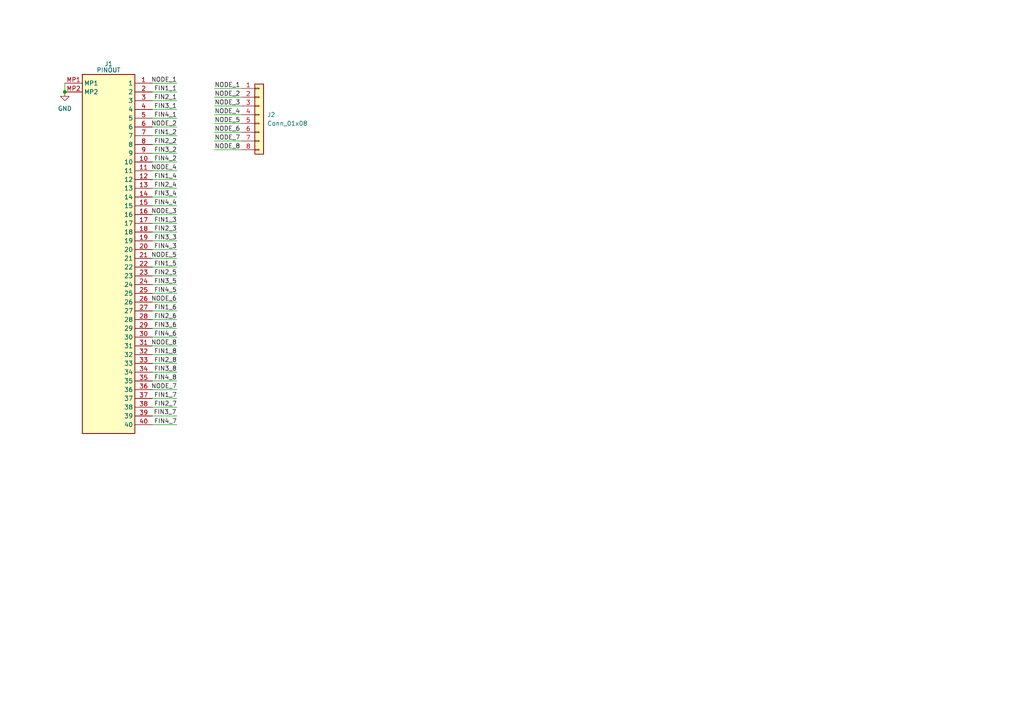
<source format=kicad_sch>
(kicad_sch (version 20230121) (generator eeschema)
  (paper "A4")
  (lib_symbols
    (symbol "Connector_Generic:Conn_01x08" (pin_names (offset 1.016) hide)
      (property "Reference" "J" (at 0 10.16 0))
      (property "Value" "Conn_01x08" (at 0 -12.7 0))
      (symbol "Conn_01x08_1_1"
        (rectangle (start -1.27 -10.033) (end 0 -10.287) (stroke (width 0.1524)))
        (rectangle (start -1.27 -7.493) (end 0 -7.747) (stroke (width 0.1524)))
        (rectangle (start -1.27 -4.953) (end 0 -5.207) (stroke (width 0.1524)))
        (rectangle (start -1.27 -2.413) (end 0 -2.667) (stroke (width 0.1524)))
        (rectangle (start -1.27 0.127) (end 0 -0.127) (stroke (width 0.1524)))
        (rectangle (start -1.27 2.667) (end 0 2.413) (stroke (width 0.1524)))
        (rectangle (start -1.27 5.207) (end 0 4.953) (stroke (width 0.1524)))
        (rectangle (start -1.27 7.747) (end 0 7.493) (stroke (width 0.1524)))
        (rectangle (start -1.27 8.89) (end 1.27 -11.43) (stroke (width 0.254)) (fill (type background)))
        (pin passive line (at -5.08 7.62 0) (length 3.81) (name "Pin_1") (number "1"))
        (pin passive line (at -5.08 5.08 0) (length 3.81) (name "Pin_2") (number "2"))
        (pin passive line (at -5.08 2.54 0) (length 3.81) (name "Pin_3") (number "3"))
        (pin passive line (at -5.08 0 0) (length 3.81) (name "Pin_4") (number "4"))
        (pin passive line (at -5.08 -2.54 0) (length 3.81) (name "Pin_5") (number "5"))
        (pin passive line (at -5.08 -5.08 0) (length 3.81) (name "Pin_6") (number "6"))
        (pin passive line (at -5.08 -7.62 0) (length 3.81) (name "Pin_7") (number "7"))
        (pin passive line (at -5.08 -10.16 0) (length 3.81) (name "Pin_8") (number "8"))
      )
    )
    (symbol "Misc[Personal]:F32D-1A7Y1-21040"
      (property "Reference" "J" (at 21.59 7.62 0))
      (property "Value" "F32D-1A7Y1-21040" (at 21.59 5.08 0))
      (symbol "F32D-1A7Y1-21040_1_1"
        (rectangle (start 5.08 2.54) (end 20.32 -101.6) (stroke (width 0.254)) (fill (type background)))
        (pin passive line (at 25.4 0 180) (length 5.08) (name "1") (number "1"))
        (pin passive line (at 25.4 -22.86 180) (length 5.08) (name "10") (number "10"))
        (pin passive line (at 25.4 -25.4 180) (length 5.08) (name "11") (number "11"))
        (pin passive line (at 25.4 -27.94 180) (length 5.08) (name "12") (number "12"))
        (pin passive line (at 25.4 -30.48 180) (length 5.08) (name "13") (number "13"))
        (pin passive line (at 25.4 -33.02 180) (length 5.08) (name "14") (number "14"))
        (pin passive line (at 25.4 -35.56 180) (length 5.08) (name "15") (number "15"))
        (pin passive line (at 25.4 -38.1 180) (length 5.08) (name "16") (number "16"))
        (pin passive line (at 25.4 -40.64 180) (length 5.08) (name "17") (number "17"))
        (pin passive line (at 25.4 -43.18 180) (length 5.08) (name "18") (number "18"))
        (pin passive line (at 25.4 -45.72 180) (length 5.08) (name "19") (number "19"))
        (pin passive line (at 25.4 -2.54 180) (length 5.08) (name "2") (number "2"))
        (pin passive line (at 25.4 -48.26 180) (length 5.08) (name "20") (number "20"))
        (pin passive line (at 25.4 -50.8 180) (length 5.08) (name "21") (number "21"))
        (pin passive line (at 25.4 -53.34 180) (length 5.08) (name "22") (number "22"))
        (pin passive line (at 25.4 -55.88 180) (length 5.08) (name "23") (number "23"))
        (pin passive line (at 25.4 -58.42 180) (length 5.08) (name "24") (number "24"))
        (pin passive line (at 25.4 -60.96 180) (length 5.08) (name "25") (number "25"))
        (pin passive line (at 25.4 -63.5 180) (length 5.08) (name "26") (number "26"))
        (pin passive line (at 25.4 -66.04 180) (length 5.08) (name "27") (number "27"))
        (pin passive line (at 25.4 -68.58 180) (length 5.08) (name "28") (number "28"))
        (pin passive line (at 25.4 -71.12 180) (length 5.08) (name "29") (number "29"))
        (pin passive line (at 25.4 -5.08 180) (length 5.08) (name "3") (number "3"))
        (pin passive line (at 25.4 -73.66 180) (length 5.08) (name "30") (number "30"))
        (pin passive line (at 25.4 -76.2 180) (length 5.08) (name "31") (number "31"))
        (pin passive line (at 25.4 -78.74 180) (length 5.08) (name "32") (number "32"))
        (pin passive line (at 25.4 -81.28 180) (length 5.08) (name "33") (number "33"))
        (pin passive line (at 25.4 -83.82 180) (length 5.08) (name "34") (number "34"))
        (pin passive line (at 25.4 -86.36 180) (length 5.08) (name "35") (number "35"))
        (pin passive line (at 25.4 -88.9 180) (length 5.08) (name "36") (number "36"))
        (pin passive line (at 25.4 -91.44 180) (length 5.08) (name "37") (number "37"))
        (pin passive line (at 25.4 -93.98 180) (length 5.08) (name "38") (number "38"))
        (pin passive line (at 25.4 -96.52 180) (length 5.08) (name "39") (number "39"))
        (pin passive line (at 25.4 -7.62 180) (length 5.08) (name "4") (number "4"))
        (pin passive line (at 25.4 -99.06 180) (length 5.08) (name "40") (number "40"))
        (pin passive line (at 25.4 -10.16 180) (length 5.08) (name "5") (number "5"))
        (pin passive line (at 25.4 -12.7 180) (length 5.08) (name "6") (number "6"))
        (pin passive line (at 25.4 -15.24 180) (length 5.08) (name "7") (number "7"))
        (pin passive line (at 25.4 -17.78 180) (length 5.08) (name "8") (number "8"))
        (pin passive line (at 25.4 -20.32 180) (length 5.08) (name "9") (number "9"))
        (pin passive line (at 0 0 0) (length 5.08) (name "MP1") (number "MP1"))
        (pin passive line (at 0 -2.54 0) (length 5.08) (name "MP2") (number "MP2"))
      )
    )
    (symbol "power:GND" (power) (pin_names (offset 0))
      (property "Value" "GND" (at 0 -3.81 0))
      (symbol "GND_0_1"
        (polyline (pts (xy 0 0) (xy 0 -1.27) (xy 1.27 -1.27) (xy 0 -2.54) (xy -1.27 -1.27) (xy 0 -1.27)))
      )
      (symbol "GND_1_1"
        (pin power_in line (at 0 0 270) (length 0) hide (name "GND") (number "1"))
      )
    )
  )
  (junction (at 18.796 26.67))
  (wire (pts (xy 51.308 113.03) (xy 44.196 113.03)))
  (wire (pts (xy 51.308 54.61) (xy 44.196 54.61)))
  (wire (pts (xy 51.308 26.67) (xy 44.196 26.67)))
  (wire (pts (xy 62.23 30.734) (xy 70.104 30.734)))
  (wire (pts (xy 18.796 24.13) (xy 18.796 26.67)))
  (wire (pts (xy 51.308 115.57) (xy 44.196 115.57)))
  (wire (pts (xy 51.308 85.09) (xy 44.196 85.09)))
  (wire (pts (xy 51.308 72.39) (xy 44.196 72.39)))
  (wire (pts (xy 51.308 90.17) (xy 44.196 90.17)))
  (wire (pts (xy 51.308 39.37) (xy 44.196 39.37)))
  (wire (pts (xy 62.23 43.434) (xy 70.104 43.434)))
  (wire (pts (xy 51.308 49.53) (xy 44.196 49.53)))
  (wire (pts (xy 62.23 38.354) (xy 70.104 38.354)))
  (wire (pts (xy 51.308 123.19) (xy 44.196 123.19)))
  (wire (pts (xy 51.308 36.83) (xy 44.196 36.83)))
  (wire (pts (xy 51.308 100.33) (xy 44.196 100.33)))
  (wire (pts (xy 62.23 40.894) (xy 70.104 40.894)))
  (wire (pts (xy 51.308 57.15) (xy 44.196 57.15)))
  (wire (pts (xy 51.308 67.31) (xy 44.196 67.31)))
  (wire (pts (xy 44.196 59.69) (xy 51.308 59.69)))
  (wire (pts (xy 51.308 24.13) (xy 44.196 24.13)))
  (wire (pts (xy 51.308 102.87) (xy 44.196 102.87)))
  (wire (pts (xy 51.308 105.41) (xy 44.196 105.41)))
  (wire (pts (xy 62.23 28.194) (xy 70.104 28.194)))
  (wire (pts (xy 51.308 62.23) (xy 44.196 62.23)))
  (wire (pts (xy 51.308 87.63) (xy 44.196 87.63)))
  (wire (pts (xy 51.308 69.85) (xy 44.196 69.85)))
  (wire (pts (xy 51.308 92.71) (xy 44.196 92.71)))
  (wire (pts (xy 51.308 77.47) (xy 44.196 77.47)))
  (wire (pts (xy 51.308 82.55) (xy 44.196 82.55)))
  (wire (pts (xy 51.308 34.29) (xy 44.196 34.29)))
  (wire (pts (xy 51.308 52.07) (xy 44.196 52.07)))
  (wire (pts (xy 51.308 110.49) (xy 44.196 110.49)))
  (wire (pts (xy 51.308 44.45) (xy 44.196 44.45)))
  (wire (pts (xy 51.308 80.01) (xy 44.196 80.01)))
  (wire (pts (xy 51.308 107.95) (xy 44.196 107.95)))
  (wire (pts (xy 62.23 33.274) (xy 70.104 33.274)))
  (wire (pts (xy 51.308 97.79) (xy 44.196 97.79)))
  (wire (pts (xy 51.308 31.75) (xy 44.196 31.75)))
  (wire (pts (xy 62.23 25.654) (xy 70.104 25.654)))
  (wire (pts (xy 51.308 46.99) (xy 44.196 46.99)))
  (wire (pts (xy 51.308 41.91) (xy 44.196 41.91)))
  (wire (pts (xy 51.308 29.21) (xy 44.196 29.21)))
  (wire (pts (xy 51.308 118.11) (xy 44.196 118.11)))
  (wire (pts (xy 51.308 64.77) (xy 44.196 64.77)))
  (wire (pts (xy 51.308 95.25) (xy 44.196 95.25)))
  (wire (pts (xy 62.23 35.814) (xy 70.104 35.814)))
  (wire (pts (xy 51.308 120.65) (xy 44.196 120.65)))
  (wire (pts (xy 51.308 74.93) (xy 44.196 74.93)))
  (label "FIN3_3" (at 51.308 69.85 180))
  (label "FIN2_7" (at 51.308 118.11 180))
  (label "NODE_5" (at 62.23 35.814 0))
  (label "FIN2_8" (at 51.308 105.41 180))
  (label "NODE_4" (at 62.23 33.274 0))
  (label "FIN2_2" (at 51.308 41.91 180))
  (label "FIN4_7" (at 51.308 123.19 180))
  (label "FIN2_3" (at 51.308 67.31 180))
  (label "FIN2_1" (at 51.308 29.21 180))
  (label "FIN4_5" (at 51.308 85.09 180))
  (label "FIN4_8" (at 51.308 110.49 180))
  (label "NODE_8" (at 62.23 43.434 0))
  (label "NODE_6" (at 51.308 87.63 180))
  (label "FIN2_6" (at 51.308 92.71 180))
  (label "FIN4_1" (at 51.308 34.29 180))
  (label "FIN4_3" (at 51.308 72.39 180))
  (label "FIN3_8" (at 51.308 107.95 180))
  (label "FIN2_4" (at 51.308 54.61 180))
  (label "NODE_8" (at 51.308 100.33 180))
  (label "FIN1_6" (at 51.308 90.17 180))
  (label "NODE_2" (at 62.23 28.194 0))
  (label "NODE_7" (at 51.308 113.03 180))
  (label "NODE_3" (at 62.23 30.734 0))
  (label "FIN1_7" (at 51.308 115.57 180))
  (label "NODE_2" (at 51.308 36.83 180))
  (label "NODE_1" (at 62.23 25.654 0))
  (label "FIN1_3" (at 51.308 64.77 180))
  (label "NODE_3" (at 51.308 62.23 180))
  (label "FIN3_2" (at 51.308 44.45 180))
  (label "NODE_1" (at 51.308 24.13 180))
  (label "FIN1_1" (at 51.308 26.67 180))
  (label "FIN1_5" (at 51.308 77.47 180))
  (label "FIN1_2" (at 51.308 39.37 180))
  (label "FIN4_2" (at 51.308 46.99 180))
  (label "NODE_5" (at 51.308 74.93 180))
  (label "NODE_6" (at 62.23 38.354 0))
  (label "NODE_4" (at 51.308 49.53 180))
  (label "FIN3_4" (at 51.308 57.15 180))
  (label "FIN3_7" (at 51.181 120.523 180))
  (label "FIN4_4" (at 51.308 59.69 180))
  (label "FIN3_5" (at 51.308 82.55 180))
  (label "FIN3_1" (at 51.308 31.75 180))
  (label "FIN1_4" (at 51.308 52.07 180))
  (label "FIN3_6" (at 51.308 95.25 180))
  (label "NODE_7" (at 62.23 40.894 0))
  (label "FIN2_5" (at 51.308 80.01 180))
  (label "FIN4_6" (at 51.308 97.79 180))
  (label "FIN1_8" (at 51.308 102.87 180))
  (symbol (lib_id "Misc[Personal]:F32D-1A7Y1-21040") (at 18.796 24.13 0) (unit 1)
    (property "Reference" "J1" (at 31.496 18.542 0))
    (property "Value" "PINOUT" (at 31.496 20.32 0))
    (property "Footprint" "Misc[Personal]:F32D1A7Y121040" (effects hide))
    (property "Datasheet" "https://cdn.amphenol-cs.com/media/wysiwyg/files/drawing/f32d.pdf" (effects hide))
    (property "Height" "2.26" (effects hide))
    (property "Manufacturer_Name" "Amphenol" (effects hide))
    (property "Manufacturer_Part_Number" "F32D-1A7Y1-21040" (effects hide))
  )
  (symbol (lib_id "power:GND") (at 18.796 26.67 0) (unit 1)
    (property "Reference" "#PWR01" (effects hide))
    (property "Value" "GND" (at 18.796 31.496 0))
  )
  (symbol (lib_id "Connector_Generic:Conn_01x08") (at 75.184 33.274 0) (unit 1)
    (property "Reference" "J2" (at 77.47 33.274 0) (effects (justify left)))
    (property "Value" "Conn_01x08" (at 77.47 35.814 0) (effects (justify left)))
    (property "Footprint" "Epiph:electrode-grid-2x4-(circle-11-13IED)" (effects hide))
  )
)
</source>
